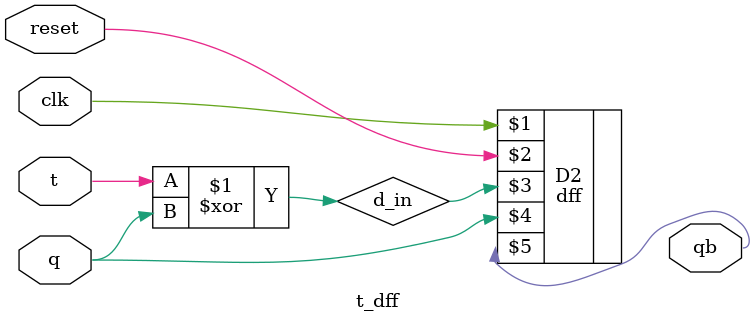
<source format=v>
module t_dff(clk,reset,t,q,qb);
input clk,reset,t;
inout q;
output qb;
wire d_in;
xor D1(d_in,t,q);
dff D2(clk,reset,d_in,q,qb);
endmodule 
</source>
